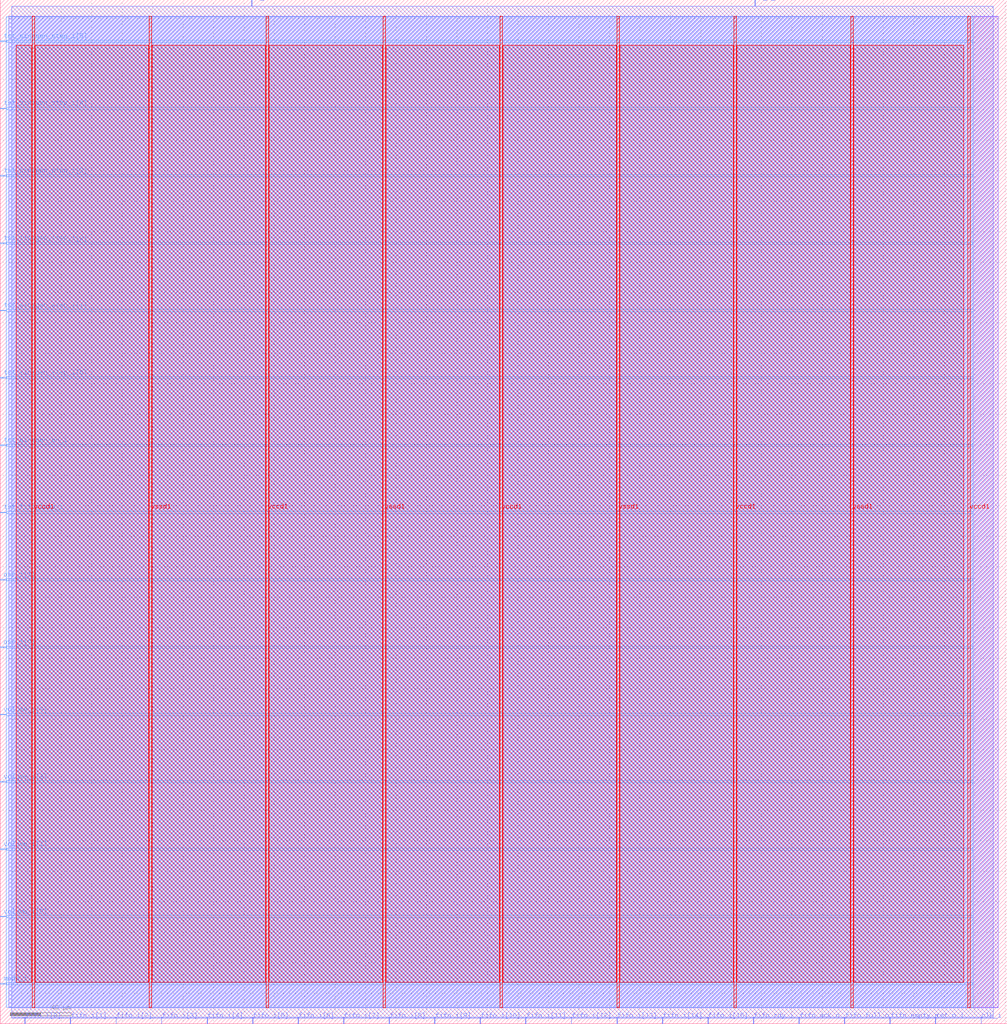
<source format=lef>
VERSION 5.7 ;
  NOWIREEXTENSIONATPIN ON ;
  DIVIDERCHAR "/" ;
  BUSBITCHARS "[]" ;
MACRO audiodac
  CLASS BLOCK ;
  FOREIGN audiodac ;
  ORIGIN 0.000 0.000 ;
  SIZE 661.310 BY 672.030 ;
  PIN clk_i
    DIRECTION INPUT ;
    USE SIGNAL ;
    PORT
      LAYER met2 ;
        RECT 644.090 0.000 644.370 4.000 ;
    END
  END clk_i
  PIN ds_n_o
    DIRECTION OUTPUT TRISTATE ;
    USE SIGNAL ;
    PORT
      LAYER met2 ;
        RECT 495.510 668.030 495.790 672.030 ;
    END
  END ds_n_o
  PIN ds_o
    DIRECTION OUTPUT TRISTATE ;
    USE SIGNAL ;
    PORT
      LAYER met2 ;
        RECT 165.230 668.030 165.510 672.030 ;
    END
  END ds_o
  PIN fifo_ack_o
    DIRECTION OUTPUT TRISTATE ;
    USE SIGNAL ;
    PORT
      LAYER met2 ;
        RECT 524.490 0.000 524.770 4.000 ;
    END
  END fifo_ack_o
  PIN fifo_empty_o
    DIRECTION OUTPUT TRISTATE ;
    USE SIGNAL ;
    PORT
      LAYER met2 ;
        RECT 584.290 0.000 584.570 4.000 ;
    END
  END fifo_empty_o
  PIN fifo_full_o
    DIRECTION OUTPUT TRISTATE ;
    USE SIGNAL ;
    PORT
      LAYER met2 ;
        RECT 554.390 0.000 554.670 4.000 ;
    END
  END fifo_full_o
  PIN fifo_i[0]
    DIRECTION INPUT ;
    USE SIGNAL ;
    PORT
      LAYER met2 ;
        RECT 16.190 0.000 16.470 4.000 ;
    END
  END fifo_i[0]
  PIN fifo_i[10]
    DIRECTION INPUT ;
    USE SIGNAL ;
    PORT
      LAYER met2 ;
        RECT 315.190 0.000 315.470 4.000 ;
    END
  END fifo_i[10]
  PIN fifo_i[11]
    DIRECTION INPUT ;
    USE SIGNAL ;
    PORT
      LAYER met2 ;
        RECT 345.090 0.000 345.370 4.000 ;
    END
  END fifo_i[11]
  PIN fifo_i[12]
    DIRECTION INPUT ;
    USE SIGNAL ;
    PORT
      LAYER met2 ;
        RECT 374.990 0.000 375.270 4.000 ;
    END
  END fifo_i[12]
  PIN fifo_i[13]
    DIRECTION INPUT ;
    USE SIGNAL ;
    PORT
      LAYER met2 ;
        RECT 404.890 0.000 405.170 4.000 ;
    END
  END fifo_i[13]
  PIN fifo_i[14]
    DIRECTION INPUT ;
    USE SIGNAL ;
    PORT
      LAYER met2 ;
        RECT 434.790 0.000 435.070 4.000 ;
    END
  END fifo_i[14]
  PIN fifo_i[15]
    DIRECTION INPUT ;
    USE SIGNAL ;
    PORT
      LAYER met2 ;
        RECT 464.690 0.000 464.970 4.000 ;
    END
  END fifo_i[15]
  PIN fifo_i[1]
    DIRECTION INPUT ;
    USE SIGNAL ;
    PORT
      LAYER met2 ;
        RECT 46.090 0.000 46.370 4.000 ;
    END
  END fifo_i[1]
  PIN fifo_i[2]
    DIRECTION INPUT ;
    USE SIGNAL ;
    PORT
      LAYER met2 ;
        RECT 75.990 0.000 76.270 4.000 ;
    END
  END fifo_i[2]
  PIN fifo_i[3]
    DIRECTION INPUT ;
    USE SIGNAL ;
    PORT
      LAYER met2 ;
        RECT 105.890 0.000 106.170 4.000 ;
    END
  END fifo_i[3]
  PIN fifo_i[4]
    DIRECTION INPUT ;
    USE SIGNAL ;
    PORT
      LAYER met2 ;
        RECT 135.790 0.000 136.070 4.000 ;
    END
  END fifo_i[4]
  PIN fifo_i[5]
    DIRECTION INPUT ;
    USE SIGNAL ;
    PORT
      LAYER met2 ;
        RECT 165.690 0.000 165.970 4.000 ;
    END
  END fifo_i[5]
  PIN fifo_i[6]
    DIRECTION INPUT ;
    USE SIGNAL ;
    PORT
      LAYER met2 ;
        RECT 195.590 0.000 195.870 4.000 ;
    END
  END fifo_i[6]
  PIN fifo_i[7]
    DIRECTION INPUT ;
    USE SIGNAL ;
    PORT
      LAYER met2 ;
        RECT 225.490 0.000 225.770 4.000 ;
    END
  END fifo_i[7]
  PIN fifo_i[8]
    DIRECTION INPUT ;
    USE SIGNAL ;
    PORT
      LAYER met2 ;
        RECT 255.390 0.000 255.670 4.000 ;
    END
  END fifo_i[8]
  PIN fifo_i[9]
    DIRECTION INPUT ;
    USE SIGNAL ;
    PORT
      LAYER met2 ;
        RECT 285.290 0.000 285.570 4.000 ;
    END
  END fifo_i[9]
  PIN fifo_rdy_i
    DIRECTION INPUT ;
    USE SIGNAL ;
    PORT
      LAYER met2 ;
        RECT 494.590 0.000 494.870 4.000 ;
    END
  END fifo_rdy_i
  PIN mode_i
    DIRECTION INPUT ;
    USE SIGNAL ;
    PORT
      LAYER met3 ;
        RECT 0.000 25.880 4.000 26.480 ;
    END
  END mode_i
  PIN osr_i[0]
    DIRECTION INPUT ;
    USE SIGNAL ;
    PORT
      LAYER met3 ;
        RECT 0.000 246.880 4.000 247.480 ;
    END
  END osr_i[0]
  PIN osr_i[1]
    DIRECTION INPUT ;
    USE SIGNAL ;
    PORT
      LAYER met3 ;
        RECT 0.000 291.080 4.000 291.680 ;
    END
  END osr_i[1]
  PIN rst_n_i
    DIRECTION INPUT ;
    USE SIGNAL ;
    PORT
      LAYER met2 ;
        RECT 614.190 0.000 614.470 4.000 ;
    END
  END rst_n_i
  PIN tst_fifo_loop_i
    DIRECTION INPUT ;
    USE SIGNAL ;
    PORT
      LAYER met3 ;
        RECT 0.000 335.280 4.000 335.880 ;
    END
  END tst_fifo_loop_i
  PIN tst_sinegen_en_i
    DIRECTION INPUT ;
    USE SIGNAL ;
    PORT
      LAYER met3 ;
        RECT 0.000 379.480 4.000 380.080 ;
    END
  END tst_sinegen_en_i
  PIN tst_sinegen_step_i[0]
    DIRECTION INPUT ;
    USE SIGNAL ;
    PORT
      LAYER met3 ;
        RECT 0.000 423.680 4.000 424.280 ;
    END
  END tst_sinegen_step_i[0]
  PIN tst_sinegen_step_i[1]
    DIRECTION INPUT ;
    USE SIGNAL ;
    PORT
      LAYER met3 ;
        RECT 0.000 467.880 4.000 468.480 ;
    END
  END tst_sinegen_step_i[1]
  PIN tst_sinegen_step_i[2]
    DIRECTION INPUT ;
    USE SIGNAL ;
    PORT
      LAYER met3 ;
        RECT 0.000 512.080 4.000 512.680 ;
    END
  END tst_sinegen_step_i[2]
  PIN tst_sinegen_step_i[3]
    DIRECTION INPUT ;
    USE SIGNAL ;
    PORT
      LAYER met3 ;
        RECT 0.000 556.280 4.000 556.880 ;
    END
  END tst_sinegen_step_i[3]
  PIN tst_sinegen_step_i[4]
    DIRECTION INPUT ;
    USE SIGNAL ;
    PORT
      LAYER met3 ;
        RECT 0.000 600.480 4.000 601.080 ;
    END
  END tst_sinegen_step_i[4]
  PIN tst_sinegen_step_i[5]
    DIRECTION INPUT ;
    USE SIGNAL ;
    PORT
      LAYER met3 ;
        RECT 0.000 644.680 4.000 645.280 ;
    END
  END tst_sinegen_step_i[5]
  PIN vccd1
    DIRECTION INOUT ;
    USE POWER ;
    PORT
      LAYER met4 ;
        RECT 21.040 10.640 22.640 661.200 ;
    END
    PORT
      LAYER met4 ;
        RECT 174.640 10.640 176.240 661.200 ;
    END
    PORT
      LAYER met4 ;
        RECT 328.240 10.640 329.840 661.200 ;
    END
    PORT
      LAYER met4 ;
        RECT 481.840 10.640 483.440 661.200 ;
    END
    PORT
      LAYER met4 ;
        RECT 635.440 10.640 637.040 661.200 ;
    END
  END vccd1
  PIN volume_i[0]
    DIRECTION INPUT ;
    USE SIGNAL ;
    PORT
      LAYER met3 ;
        RECT 0.000 70.080 4.000 70.680 ;
    END
  END volume_i[0]
  PIN volume_i[1]
    DIRECTION INPUT ;
    USE SIGNAL ;
    PORT
      LAYER met3 ;
        RECT 0.000 114.280 4.000 114.880 ;
    END
  END volume_i[1]
  PIN volume_i[2]
    DIRECTION INPUT ;
    USE SIGNAL ;
    PORT
      LAYER met3 ;
        RECT 0.000 158.480 4.000 159.080 ;
    END
  END volume_i[2]
  PIN volume_i[3]
    DIRECTION INPUT ;
    USE SIGNAL ;
    PORT
      LAYER met3 ;
        RECT 0.000 202.680 4.000 203.280 ;
    END
  END volume_i[3]
  PIN vssd1
    DIRECTION INOUT ;
    USE GROUND ;
    PORT
      LAYER met4 ;
        RECT 97.840 10.640 99.440 661.200 ;
    END
    PORT
      LAYER met4 ;
        RECT 251.440 10.640 253.040 661.200 ;
    END
    PORT
      LAYER met4 ;
        RECT 405.040 10.640 406.640 661.200 ;
    END
    PORT
      LAYER met4 ;
        RECT 558.640 10.640 560.240 661.200 ;
    END
  END vssd1
  OBS
      LAYER li1 ;
        RECT 5.520 10.795 655.500 661.045 ;
      LAYER met1 ;
        RECT 5.520 10.640 655.500 661.200 ;
      LAYER met2 ;
        RECT 7.460 667.750 164.950 668.030 ;
        RECT 165.790 667.750 495.230 668.030 ;
        RECT 496.070 667.750 652.180 668.030 ;
        RECT 7.460 4.280 652.180 667.750 ;
        RECT 7.460 3.670 15.910 4.280 ;
        RECT 16.750 3.670 45.810 4.280 ;
        RECT 46.650 3.670 75.710 4.280 ;
        RECT 76.550 3.670 105.610 4.280 ;
        RECT 106.450 3.670 135.510 4.280 ;
        RECT 136.350 3.670 165.410 4.280 ;
        RECT 166.250 3.670 195.310 4.280 ;
        RECT 196.150 3.670 225.210 4.280 ;
        RECT 226.050 3.670 255.110 4.280 ;
        RECT 255.950 3.670 285.010 4.280 ;
        RECT 285.850 3.670 314.910 4.280 ;
        RECT 315.750 3.670 344.810 4.280 ;
        RECT 345.650 3.670 374.710 4.280 ;
        RECT 375.550 3.670 404.610 4.280 ;
        RECT 405.450 3.670 434.510 4.280 ;
        RECT 435.350 3.670 464.410 4.280 ;
        RECT 465.250 3.670 494.310 4.280 ;
        RECT 495.150 3.670 524.210 4.280 ;
        RECT 525.050 3.670 554.110 4.280 ;
        RECT 554.950 3.670 584.010 4.280 ;
        RECT 584.850 3.670 613.910 4.280 ;
        RECT 614.750 3.670 643.810 4.280 ;
        RECT 644.650 3.670 652.180 4.280 ;
      LAYER met3 ;
        RECT 4.000 645.680 638.875 661.125 ;
        RECT 4.400 644.280 638.875 645.680 ;
        RECT 4.000 601.480 638.875 644.280 ;
        RECT 4.400 600.080 638.875 601.480 ;
        RECT 4.000 557.280 638.875 600.080 ;
        RECT 4.400 555.880 638.875 557.280 ;
        RECT 4.000 513.080 638.875 555.880 ;
        RECT 4.400 511.680 638.875 513.080 ;
        RECT 4.000 468.880 638.875 511.680 ;
        RECT 4.400 467.480 638.875 468.880 ;
        RECT 4.000 424.680 638.875 467.480 ;
        RECT 4.400 423.280 638.875 424.680 ;
        RECT 4.000 380.480 638.875 423.280 ;
        RECT 4.400 379.080 638.875 380.480 ;
        RECT 4.000 336.280 638.875 379.080 ;
        RECT 4.400 334.880 638.875 336.280 ;
        RECT 4.000 292.080 638.875 334.880 ;
        RECT 4.400 290.680 638.875 292.080 ;
        RECT 4.000 247.880 638.875 290.680 ;
        RECT 4.400 246.480 638.875 247.880 ;
        RECT 4.000 203.680 638.875 246.480 ;
        RECT 4.400 202.280 638.875 203.680 ;
        RECT 4.000 159.480 638.875 202.280 ;
        RECT 4.400 158.080 638.875 159.480 ;
        RECT 4.000 115.280 638.875 158.080 ;
        RECT 4.400 113.880 638.875 115.280 ;
        RECT 4.000 71.080 638.875 113.880 ;
        RECT 4.400 69.680 638.875 71.080 ;
        RECT 4.000 26.880 638.875 69.680 ;
        RECT 4.400 25.480 638.875 26.880 ;
        RECT 4.000 10.715 638.875 25.480 ;
      LAYER met4 ;
        RECT 10.415 27.375 20.640 642.425 ;
        RECT 23.040 27.375 97.440 642.425 ;
        RECT 99.840 27.375 174.240 642.425 ;
        RECT 176.640 27.375 251.040 642.425 ;
        RECT 253.440 27.375 327.840 642.425 ;
        RECT 330.240 27.375 404.640 642.425 ;
        RECT 407.040 27.375 481.440 642.425 ;
        RECT 483.840 27.375 558.240 642.425 ;
        RECT 560.640 27.375 632.665 642.425 ;
  END
END audiodac
END LIBRARY


</source>
